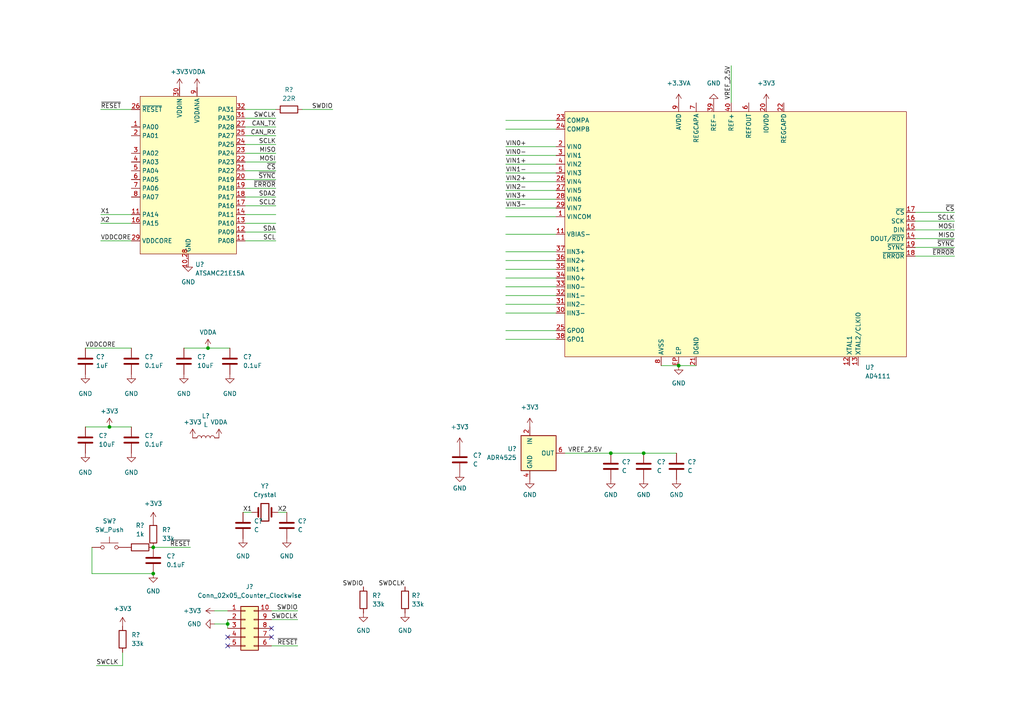
<source format=kicad_sch>
(kicad_sch (version 20211123) (generator eeschema)
  (paper "A4")
  (lib_symbols
    (symbol "Connector_Generic:Conn_02x05_Counter_Clockwise" (pin_names (offset 1.016) hide)
      (property "Reference" "J" (at 1.27 7.62 0))
      (property "Value" "Conn_02x05_Counter_Clockwise" (at 1.27 -7.62 0))
      (symbol "Conn_02x05_Counter_Clockwise_1_1"
        (rectangle (start -1.27 -4.953) (end 0 -5.207) (stroke (width 0.1524)))
        (rectangle (start -1.27 -2.413) (end 0 -2.667) (stroke (width 0.1524)))
        (rectangle (start -1.27 0.127) (end 0 -0.127) (stroke (width 0.1524)))
        (rectangle (start -1.27 2.667) (end 0 2.413) (stroke (width 0.1524)))
        (rectangle (start -1.27 5.207) (end 0 4.953) (stroke (width 0.1524)))
        (rectangle (start -1.27 6.35) (end 3.81 -6.35) (stroke (width 0.254)) (fill (type background)))
        (rectangle (start 3.81 -4.953) (end 2.54 -5.207) (stroke (width 0.1524)))
        (rectangle (start 3.81 -2.413) (end 2.54 -2.667) (stroke (width 0.1524)))
        (rectangle (start 3.81 0.127) (end 2.54 -0.127) (stroke (width 0.1524)))
        (rectangle (start 3.81 2.667) (end 2.54 2.413) (stroke (width 0.1524)))
        (rectangle (start 3.81 5.207) (end 2.54 4.953) (stroke (width 0.1524)))
        (pin passive line (at -5.08 5.08 0) (length 3.81) (name "Pin_1") (number "1"))
        (pin passive line (at 7.62 5.08 180) (length 3.81) (name "Pin_10") (number "10"))
        (pin passive line (at -5.08 2.54 0) (length 3.81) (name "Pin_2") (number "2"))
        (pin passive line (at -5.08 0 0) (length 3.81) (name "Pin_3") (number "3"))
        (pin passive line (at -5.08 -2.54 0) (length 3.81) (name "Pin_4") (number "4"))
        (pin passive line (at -5.08 -5.08 0) (length 3.81) (name "Pin_5") (number "5"))
        (pin passive line (at 7.62 -5.08 180) (length 3.81) (name "Pin_6") (number "6"))
        (pin passive line (at 7.62 -2.54 180) (length 3.81) (name "Pin_7") (number "7"))
        (pin passive line (at 7.62 0 180) (length 3.81) (name "Pin_8") (number "8"))
        (pin passive line (at 7.62 2.54 180) (length 3.81) (name "Pin_9") (number "9"))
      )
    )
    (symbol "Device:C" (pin_numbers hide) (pin_names (offset 0.254))
      (property "Reference" "C" (at 0.635 2.54 0))
      (property "Value" "C" (at 0.635 -2.54 0))
      (symbol "C_0_1"
        (polyline (pts (xy -2.032 -0.762) (xy 2.032 -0.762)) (stroke (width 0.508)))
        (polyline (pts (xy -2.032 0.762) (xy 2.032 0.762)) (stroke (width 0.508)))
      )
      (symbol "C_1_1"
        (pin passive line (at 0 3.81 270) (length 2.794) (name "~") (number "1"))
        (pin passive line (at 0 -3.81 90) (length 2.794) (name "~") (number "2"))
      )
    )
    (symbol "Device:Crystal" (pin_numbers hide) (pin_names (offset 1.016) hide)
      (property "Reference" "Y" (at 0 3.81 0))
      (property "Value" "Crystal" (at 0 -3.81 0))
      (symbol "Crystal_0_1"
        (rectangle (start -1.143 2.54) (end 1.143 -2.54) (stroke (width 0.3048)))
        (polyline (pts (xy -2.54 0) (xy -1.905 0)))
        (polyline (pts (xy -1.905 -1.27) (xy -1.905 1.27)) (stroke (width 0.508)))
        (polyline (pts (xy 1.905 -1.27) (xy 1.905 1.27)) (stroke (width 0.508)))
        (polyline (pts (xy 2.54 0) (xy 1.905 0)))
      )
      (symbol "Crystal_1_1"
        (pin passive line (at -3.81 0 0) (length 1.27) (name "1") (number "1"))
        (pin passive line (at 3.81 0 180) (length 1.27) (name "2") (number "2"))
      )
    )
    (symbol "Device:L" (pin_numbers hide) (pin_names (offset 1.016) hide)
      (property "Reference" "L" (at -1.27 0 90))
      (property "Value" "L" (at 1.905 0 90))
      (symbol "L_0_1"
        (arc (start 0 -2.54) (mid 0.635 -1.905) (end 0 -1.27))
        (arc (start 0 -1.27) (mid 0.635 -0.635) (end 0 0))
        (arc (start 0 0) (mid 0.635 0.635) (end 0 1.27))
        (arc (start 0 1.27) (mid 0.635 1.905) (end 0 2.54))
      )
      (symbol "L_1_1"
        (pin passive line (at 0 3.81 270) (length 1.27) (name "1") (number "1"))
        (pin passive line (at 0 -3.81 90) (length 1.27) (name "2") (number "2"))
      )
    )
    (symbol "Device:R" (pin_numbers hide) (pin_names (offset 0))
      (property "Reference" "R" (at 2.032 0 90))
      (property "Value" "R" (at 0 0 90))
      (symbol "R_0_1"
        (rectangle (start -1.016 -2.54) (end 1.016 2.54) (stroke (width 0.254)))
      )
      (symbol "R_1_1"
        (pin passive line (at 0 3.81 270) (length 1.27) (name "~") (number "1"))
        (pin passive line (at 0 -3.81 90) (length 1.27) (name "~") (number "2"))
      )
    )
    (symbol "Reference_Voltage:ADR4525"
      (property "Reference" "U" (at 0 6.35 0))
      (property "Value" "ADR4525" (at 2.54 -6.35 0))
      (symbol "ADR4525_0_0"
        (pin no_connect line (at -5.08 0 0) (length 2.54) hide (name "NC") (number "3"))
        (pin no_connect line (at 5.08 2.54 180) (length 2.54) hide (name "NC") (number "7"))
        (pin no_connect line (at 5.08 -2.54 180) (length 2.54) hide (name "NC") (number "8"))
      )
      (symbol "ADR4525_0_1"
        (rectangle (start -5.08 5.08) (end 5.08 -5.08) (stroke (width 0.254)) (fill (type background)))
      )
      (symbol "ADR4525_1_1"
        (pin no_connect line (at -5.08 2.54 0) (length 2.54) hide (name "NC") (number "1"))
        (pin power_in line (at -2.54 7.62 270) (length 2.54) (name "IN") (number "2"))
        (pin power_in line (at -2.54 -7.62 90) (length 2.54) (name "GND") (number "4"))
        (pin no_connect line (at -5.08 -2.54 0) (length 2.54) hide (name "NC") (number "5"))
        (pin power_out line (at 7.62 0 180) (length 2.54) (name "OUT") (number "6"))
      )
    )
    (symbol "Switch:SW_Push" (pin_numbers hide) (pin_names (offset 1.016) hide)
      (property "Reference" "SW" (at 1.27 2.54 0))
      (property "Value" "SW_Push" (at 0 -1.524 0))
      (symbol "SW_Push_0_1"
        (circle (center -2.032 0) (radius 0.508))
        (polyline (pts (xy 0 1.27) (xy 0 3.048)))
        (polyline (pts (xy 2.54 1.27) (xy -2.54 1.27)))
        (circle (center 2.032 0) (radius 0.508))
        (pin passive line (at -5.08 0 0) (length 2.54) (name "1") (number "1"))
        (pin passive line (at 5.08 0 180) (length 2.54) (name "2") (number "2"))
      )
    )
    (symbol "custom_components:AD4111"
      (property "Reference" "U" (at 0 0 0))
      (property "Value" "AD4111" (at 0 0 0))
      (symbol "AD4111_0_0"
        (pin no_connect line (at -5.08 -38.1 90) (length 2.54) hide (name "DNC") (number "10"))
        (pin power_in line (at -10.16 -38.1 90) (length 2.54) (name "DGND") (number "21"))
        (pin power_in line (at -15.24 -38.1 90) (length 2.54) (name "EP") (number "EP"))
      )
      (symbol "AD4111_0_1"
        (rectangle (start -48.26 35.56) (end 50.8 -35.56) (fill (type background)))
      )
      (symbol "AD4111_1_1"
        (pin input line (at -50.8 5.08 0) (length 2.54) (name "VINCOM") (number "1"))
        (pin input line (at -50.8 0 0) (length 2.54) (name "VBIAS-") (number "11"))
        (pin input line (at 34.29 -38.1 90) (length 2.54) (name "XTAL1") (number "12"))
        (pin input line (at 36.83 -38.1 90) (length 2.54) (name "XTAL2/CLKIO") (number "13"))
        (pin input line (at 53.34 -1.27 180) (length 2.54) (name "DOUT/~{RDY}") (number "14"))
        (pin input line (at 53.34 1.27 180) (length 2.54) (name "DIN") (number "15"))
        (pin input line (at 53.34 3.81 180) (length 2.54) (name "SCK") (number "16"))
        (pin input line (at 53.34 6.35 180) (length 2.54) (name "~{CS}") (number "17"))
        (pin bidirectional line (at 53.34 -6.35 180) (length 2.54) (name "~{ERROR}") (number "18"))
        (pin input line (at 53.34 -3.81 180) (length 2.54) (name "~{SYNC}") (number "19"))
        (pin input line (at -50.8 25.4 0) (length 2.54) (name "VIN0") (number "2"))
        (pin power_in line (at 10.16 38.1 270) (length 2.54) (name "IOVDD") (number "20"))
        (pin input line (at 15.24 38.1 270) (length 2.54) (name "REGCAPD") (number "22"))
        (pin output line (at -50.8 33.02 0) (length 2.54) (name "COMPA") (number "23"))
        (pin output line (at -50.8 30.48 0) (length 2.54) (name "COMPB") (number "24"))
        (pin output line (at -50.8 -27.94 0) (length 2.54) (name "GPO0") (number "25"))
        (pin input line (at -50.8 15.24 0) (length 2.54) (name "VIN4") (number "26"))
        (pin input line (at -50.8 12.7 0) (length 2.54) (name "VIN5") (number "27"))
        (pin input line (at -50.8 10.16 0) (length 2.54) (name "VIN6") (number "28"))
        (pin input line (at -50.8 7.62 0) (length 2.54) (name "VIN7") (number "29"))
        (pin input line (at -50.8 22.86 0) (length 2.54) (name "VIN1") (number "3"))
        (pin input line (at -50.8 -22.86 0) (length 2.54) (name "IIN3-") (number "30"))
        (pin input line (at -50.8 -20.32 0) (length 2.54) (name "IIN2-") (number "31"))
        (pin input line (at -50.8 -17.78 0) (length 2.54) (name "IIN1-") (number "32"))
        (pin input line (at -50.8 -15.24 0) (length 2.54) (name "IIN0-") (number "33"))
        (pin input line (at -50.8 -12.7 0) (length 2.54) (name "IIN0+") (number "34"))
        (pin input line (at -50.8 -10.16 0) (length 2.54) (name "IIN1+") (number "35"))
        (pin input line (at -50.8 -7.62 0) (length 2.54) (name "IIN2+") (number "36"))
        (pin input line (at -50.8 -5.08 0) (length 2.54) (name "IIN3+") (number "37"))
        (pin output line (at -50.8 -30.48 0) (length 2.54) (name "GPO1") (number "38"))
        (pin input line (at -5.08 38.1 270) (length 2.54) (name "REF-") (number "39"))
        (pin input line (at -50.8 20.32 0) (length 2.54) (name "VIN2") (number "4"))
        (pin input line (at 0 38.1 270) (length 2.54) (name "REF+") (number "40"))
        (pin input line (at -50.8 17.78 0) (length 2.54) (name "VIN3") (number "5"))
        (pin output line (at 5.08 38.1 270) (length 2.54) (name "REFOUT") (number "6"))
        (pin input line (at -10.16 38.1 270) (length 2.54) (name "REGCAPA") (number "7"))
        (pin power_in line (at -20.32 -38.1 90) (length 2.54) (name "AVSS") (number "8"))
        (pin power_in line (at -15.24 38.1 270) (length 2.54) (name "AVDD") (number "9"))
      )
    )
    (symbol "custom_components:ATSAMC21E15A"
      (property "Reference" "U" (at 0 0 0))
      (property "Value" "ATSAMC21E15A" (at 0 0 0))
      (symbol "ATSAMC21E15A_0_1"
        (rectangle (start -13.97 22.86) (end 13.97 -22.86) (fill (type background)))
      )
      (symbol "ATSAMC21E15A_1_1"
        (pin bidirectional line (at -16.51 13.97 0) (length 2.54) (name "PA00") (number "1"))
        (pin power_in line (at 0 -25.4 90) (length 2.54) (name "GND") (number "10,28"))
        (pin bidirectional line (at 16.51 -19.05 180) (length 2.54) (name "PA08") (number "11"))
        (pin bidirectional line (at -16.51 -11.43 0) (length 2.54) (name "PA14") (number "11"))
        (pin bidirectional line (at 16.51 -16.51 180) (length 2.54) (name "PA09") (number "12"))
        (pin bidirectional line (at 16.51 -13.97 180) (length 2.54) (name "PA10") (number "13"))
        (pin bidirectional line (at 16.51 -11.43 180) (length 2.54) (name "PA11") (number "14"))
        (pin bidirectional line (at -16.51 -13.97 0) (length 2.54) (name "PA15") (number "16"))
        (pin bidirectional line (at 16.51 -8.89 180) (length 2.54) (name "PA16") (number "17"))
        (pin bidirectional line (at 16.51 -6.35 180) (length 2.54) (name "PA17") (number "18"))
        (pin bidirectional line (at 16.51 -3.81 180) (length 2.54) (name "PA18") (number "19"))
        (pin bidirectional line (at -16.51 11.43 0) (length 2.54) (name "PA01") (number "2"))
        (pin bidirectional line (at 16.51 -1.27 180) (length 2.54) (name "PA19") (number "20"))
        (pin bidirectional line (at 16.51 1.27 180) (length 2.54) (name "PA22") (number "21"))
        (pin bidirectional line (at 16.51 3.81 180) (length 2.54) (name "PA23") (number "22"))
        (pin bidirectional line (at 16.51 6.35 180) (length 2.54) (name "PA24") (number "23"))
        (pin bidirectional line (at 16.51 8.89 180) (length 2.54) (name "PA25") (number "24"))
        (pin bidirectional line (at 16.51 11.43 180) (length 2.54) (name "PA27") (number "25"))
        (pin input line (at -16.51 19.05 0) (length 2.54) (name "~{RESET}") (number "26"))
        (pin bidirectional line (at 16.51 13.97 180) (length 2.54) (name "PA28") (number "27"))
        (pin power_out line (at -16.51 -19.05 0) (length 2.54) (name "VDDCORE") (number "29"))
        (pin bidirectional line (at -16.51 6.35 0) (length 2.54) (name "PA02") (number "3"))
        (pin power_in line (at -2.54 25.4 270) (length 2.54) (name "VDDIN") (number "30"))
        (pin bidirectional line (at 16.51 16.51 180) (length 2.54) (name "PA30") (number "31"))
        (pin bidirectional line (at 16.51 19.05 180) (length 2.54) (name "PA31") (number "32"))
        (pin bidirectional line (at -16.51 3.81 0) (length 2.54) (name "PA03") (number "4"))
        (pin bidirectional line (at -16.51 1.27 0) (length 2.54) (name "PA04") (number "5"))
        (pin bidirectional line (at -16.51 -1.27 0) (length 2.54) (name "PA05") (number "6"))
        (pin bidirectional line (at -16.51 -3.81 0) (length 2.54) (name "PA06") (number "7"))
        (pin bidirectional line (at -16.51 -6.35 0) (length 2.54) (name "PA07") (number "8"))
        (pin power_in line (at 2.54 25.4 270) (length 2.54) (name "VDDANA") (number "9"))
      )
    )
    (symbol "power:+3.3V" (power) (pin_names (offset 0))
      (property "Value" "+3.3V" (at 0 3.556 0))
      (symbol "+3.3V_0_1"
        (polyline (pts (xy -0.762 1.27) (xy 0 2.54)))
        (polyline (pts (xy 0 0) (xy 0 2.54)))
        (polyline (pts (xy 0 2.54) (xy 0.762 1.27)))
      )
      (symbol "+3.3V_1_1"
        (pin power_in line (at 0 0 90) (length 0) hide (name "+3V3") (number "1"))
      )
    )
    (symbol "power:+3.3VA" (power) (pin_names (offset 0))
      (property "Value" "+3.3VA" (at 0 3.556 0))
      (symbol "+3.3VA_0_1"
        (polyline (pts (xy -0.762 1.27) (xy 0 2.54)))
        (polyline (pts (xy 0 0) (xy 0 2.54)))
        (polyline (pts (xy 0 2.54) (xy 0.762 1.27)))
      )
      (symbol "+3.3VA_1_1"
        (pin power_in line (at 0 0 90) (length 0) hide (name "+3.3VA") (number "1"))
      )
    )
    (symbol "power:GND" (power) (pin_names (offset 0))
      (property "Value" "GND" (at 0 -3.81 0))
      (symbol "GND_0_1"
        (polyline (pts (xy 0 0) (xy 0 -1.27) (xy 1.27 -1.27) (xy 0 -2.54) (xy -1.27 -1.27) (xy 0 -1.27)))
      )
      (symbol "GND_1_1"
        (pin power_in line (at 0 0 270) (length 0) hide (name "GND") (number "1"))
      )
    )
    (symbol "power:VDDA" (power) (pin_names (offset 0))
      (property "Value" "VDDA" (at 0 3.81 0))
      (symbol "VDDA_0_1"
        (polyline (pts (xy -0.762 1.27) (xy 0 2.54)))
        (polyline (pts (xy 0 0) (xy 0 2.54)))
        (polyline (pts (xy 0 2.54) (xy 0.762 1.27)))
      )
      (symbol "VDDA_1_1"
        (pin power_in line (at 0 0 90) (length 0) hide (name "VDDA") (number "1"))
      )
    )
  )
  (junction (at 186.69 131.445))
  (junction (at 177.165 131.445))
  (junction (at 196.85 106.045))
  (junction (at 66.04 180.975))
  (junction (at 60.325 100.965))
  (junction (at 44.45 158.75))
  (junction (at 44.45 166.37))
  (junction (at 31.75 123.825))
  (no_connect (at 78.74 182.245))
  (no_connect (at 66.04 187.325))
  (no_connect (at 78.74 184.785))
  (no_connect (at 66.04 184.785))
  (wire (pts (xy 146.685 47.625) (xy 161.29 47.625)))
  (wire (pts (xy 146.685 95.885) (xy 161.29 95.885)))
  (wire (pts (xy 29.21 64.77) (xy 38.1 64.77)))
  (wire (pts (xy 146.685 50.165) (xy 161.29 50.165)))
  (wire (pts (xy 71.12 44.45) (xy 80.01 44.45)))
  (wire (pts (xy 146.685 57.785) (xy 161.29 57.785)))
  (wire (pts (xy 78.74 177.165) (xy 86.36 177.165)))
  (wire (pts (xy 44.45 158.75) (xy 55.245 158.75)))
  (wire (pts (xy 26.67 166.37) (xy 44.45 166.37)))
  (wire (pts (xy 186.69 131.445) (xy 196.215 131.445)))
  (wire (pts (xy 29.21 31.75) (xy 38.1 31.75)))
  (wire (pts (xy 265.43 69.215) (xy 276.86 69.215)))
  (wire (pts (xy 71.12 46.99) (xy 80.01 46.99)))
  (wire (pts (xy 80.645 148.59) (xy 83.185 148.59)))
  (wire (pts (xy 265.43 64.135) (xy 276.86 64.135)))
  (wire (pts (xy 78.74 187.325) (xy 86.36 187.325)))
  (wire (pts (xy 191.77 106.045) (xy 196.85 106.045)))
  (wire (pts (xy 60.325 100.965) (xy 66.675 100.965)))
  (wire (pts (xy 71.12 59.69) (xy 80.01 59.69)))
  (wire (pts (xy 163.83 131.445) (xy 177.165 131.445)))
  (wire (pts (xy 71.12 62.23) (xy 80.01 62.23)))
  (wire (pts (xy 146.685 88.265) (xy 161.29 88.265)))
  (wire (pts (xy 62.23 180.975) (xy 66.04 180.975)))
  (wire (pts (xy 71.12 39.37) (xy 80.01 39.37)))
  (wire (pts (xy 146.685 34.925) (xy 161.29 34.925)))
  (wire (pts (xy 265.43 74.295) (xy 276.86 74.295)))
  (wire (pts (xy 71.12 57.15) (xy 80.01 57.15)))
  (wire (pts (xy 146.685 98.425) (xy 161.29 98.425)))
  (wire (pts (xy 53.34 100.965) (xy 60.325 100.965)))
  (wire (pts (xy 78.74 179.705) (xy 86.36 179.705)))
  (wire (pts (xy 146.685 83.185) (xy 161.29 83.185)))
  (wire (pts (xy 146.685 73.025) (xy 161.29 73.025)))
  (wire (pts (xy 71.12 54.61) (xy 80.01 54.61)))
  (wire (pts (xy 31.75 123.825) (xy 38.1 123.825)))
  (wire (pts (xy 265.43 61.595) (xy 276.86 61.595)))
  (wire (pts (xy 24.765 100.965) (xy 38.1 100.965)))
  (wire (pts (xy 66.04 180.975) (xy 66.04 179.705)))
  (wire (pts (xy 146.685 75.565) (xy 161.29 75.565)))
  (wire (pts (xy 146.685 85.725) (xy 161.29 85.725)))
  (wire (pts (xy 71.12 49.53) (xy 80.01 49.53)))
  (wire (pts (xy 177.165 131.445) (xy 186.69 131.445)))
  (wire (pts (xy 146.685 67.945) (xy 161.29 67.945)))
  (wire (pts (xy 212.09 19.05) (xy 212.09 29.845)))
  (wire (pts (xy 71.12 64.77) (xy 80.01 64.77)))
  (wire (pts (xy 146.685 55.245) (xy 161.29 55.245)))
  (wire (pts (xy 71.12 69.85) (xy 80.01 69.85)))
  (wire (pts (xy 29.21 62.23) (xy 38.1 62.23)))
  (wire (pts (xy 71.12 36.83) (xy 80.01 36.83)))
  (wire (pts (xy 87.63 31.75) (xy 96.52 31.75)))
  (wire (pts (xy 146.685 62.865) (xy 161.29 62.865)))
  (wire (pts (xy 24.765 123.825) (xy 31.75 123.825)))
  (wire (pts (xy 146.685 78.105) (xy 161.29 78.105)))
  (wire (pts (xy 27.94 193.04) (xy 35.56 193.04)))
  (wire (pts (xy 265.43 66.675) (xy 276.86 66.675)))
  (wire (pts (xy 70.485 148.59) (xy 73.025 148.59)))
  (wire (pts (xy 71.12 67.31) (xy 80.01 67.31)))
  (wire (pts (xy 29.21 69.85) (xy 38.1 69.85)))
  (wire (pts (xy 71.12 52.07) (xy 80.01 52.07)))
  (wire (pts (xy 26.67 158.75) (xy 26.67 166.37)))
  (wire (pts (xy 146.685 60.325) (xy 161.29 60.325)))
  (wire (pts (xy 71.12 41.91) (xy 80.01 41.91)))
  (wire (pts (xy 146.685 37.465) (xy 161.29 37.465)))
  (wire (pts (xy 71.12 31.75) (xy 80.01 31.75)))
  (wire (pts (xy 62.23 177.165) (xy 66.04 177.165)))
  (wire (pts (xy 35.56 189.23) (xy 35.56 193.04)))
  (wire (pts (xy 146.685 52.705) (xy 161.29 52.705)))
  (wire (pts (xy 146.685 45.085) (xy 161.29 45.085)))
  (wire (pts (xy 265.43 71.755) (xy 276.86 71.755)))
  (wire (pts (xy 146.685 80.645) (xy 161.29 80.645)))
  (wire (pts (xy 146.685 42.545) (xy 161.29 42.545)))
  (wire (pts (xy 196.85 106.045) (xy 201.93 106.045)))
  (wire (pts (xy 66.04 180.975) (xy 66.04 182.245)))
  (wire (pts (xy 71.12 34.29) (xy 80.01 34.29)))
  (wire (pts (xy 146.685 90.805) (xy 161.29 90.805)))
  (label "X2" (at 29.21 64.77 0))
  (label "SWDCLK" (at 86.36 179.705 180))
  (label "VDDCORE" (at 29.21 69.85 0))
  (label "VIN0-" (at 146.685 45.085 0))
  (label "~{SYNC}" (at 80.01 52.07 180))
  (label "VIN1-" (at 146.685 50.165 0))
  (label "VIN2-" (at 146.685 55.245 0))
  (label "VIN3-" (at 146.685 60.325 0))
  (label "VIN2+" (at 146.685 52.705 0))
  (label "X1" (at 29.21 62.23 0))
  (label "VIN0+" (at 146.685 42.545 0))
  (label "VDDCORE" (at 24.765 100.965 0))
  (label "CAN_RX" (at 80.01 39.37 180))
  (label "~{SYNC}" (at 276.86 71.755 180))
  (label "SWDIO" (at 105.41 170.18 180))
  (label "MISO" (at 80.01 44.45 180))
  (label "VIN1+" (at 146.685 47.625 0))
  (label "VIN3+" (at 146.685 57.785 0))
  (label "SDA2" (at 80.01 57.15 180))
  (label "SCL2" (at 80.01 59.69 180))
  (label "MISO" (at 276.86 69.215 180))
  (label "SWDCLK" (at 117.475 170.18 180))
  (label "~{RESET}" (at 55.245 158.75 180))
  (label "~{ERROR}" (at 276.86 74.295 180))
  (label "~{CS}" (at 80.01 49.53 180))
  (label "SWCLK" (at 80.01 34.29 180))
  (label "SWDIO" (at 86.36 177.165 180))
  (label "~{RESET}" (at 86.36 187.325 180))
  (label "MOSI" (at 276.86 66.675 180))
  (label "VREF_2.5V" (at 212.09 19.05 270))
  (label "~{ERROR}" (at 80.01 54.61 180))
  (label "SCL" (at 80.01 69.85 180))
  (label "~{RESET}" (at 29.21 31.75 0))
  (label "~{CS}" (at 276.86 61.595 180))
  (label "X2" (at 83.185 148.59 180))
  (label "SCLK" (at 276.86 64.135 180))
  (label "SWDIO" (at 96.52 31.75 180))
  (label "MOSI" (at 80.01 46.99 180))
  (label "CAN_TX" (at 80.01 36.83 180))
  (label "SWCLK" (at 27.94 193.04 0))
  (label "VREF_2.5V" (at 174.625 131.445 180))
  (label "SCLK" (at 80.01 41.91 180))
  (label "SDA" (at 80.01 67.31 180))
  (label "X1" (at 70.485 148.59 0))
  (symbol (lib_id "custom_components:ATSAMC21E15A") (at 54.61 50.8 0) (unit 1)
    (property "Reference" "U?" (at 56.6294 76.708 0) (effects (justify left)))
    (property "Value" "ATSAMC21E15A" (at 56.6294 79.248 0) (effects (justify left)))
  )
  (symbol (lib_id "power:GND") (at 105.41 177.8 0) (unit 1)
    (property "Reference" "#PWR?" (effects hide))
    (property "Value" "GND" (at 105.41 182.88 0))
  )
  (symbol (lib_id "power:GND") (at 38.1 108.585 0) (unit 1)
    (property "Reference" "#PWR?" (effects hide))
    (property "Value" "GND" (at 38.1 114.173 0))
  )
  (symbol (lib_id "Device:C") (at 24.765 104.775 0) (unit 1)
    (property "Reference" "C?" (at 27.813 103.5049 0) (effects (justify left)))
    (property "Value" "1uF" (at 27.813 106.0449 0) (effects (justify left)))
  )
  (symbol (lib_id "power:GND") (at 153.67 139.065 0) (unit 1)
    (property "Reference" "#PWR?" (effects hide))
    (property "Value" "GND" (at 153.67 143.51 0))
  )
  (symbol (lib_id "power:+3.3VA") (at 196.85 29.845 0) (unit 1)
    (property "Reference" "#PWR?" (effects hide))
    (property "Value" "+3.3VA" (at 196.85 24.13 0))
  )
  (symbol (lib_id "power:GND") (at 62.23 180.975 270) (unit 1)
    (property "Reference" "#PWR?" (effects hide))
    (property "Value" "GND" (at 58.42 180.9749 90) (effects (justify right)))
  )
  (symbol (lib_id "Device:C") (at 44.45 162.56 0) (unit 1)
    (property "Reference" "C?" (at 48.26 161.2899 0) (effects (justify left)))
    (property "Value" "0.1uF" (at 48.26 163.8299 0) (effects (justify left)))
  )
  (symbol (lib_id "Device:C") (at 186.69 135.255 0) (unit 1)
    (property "Reference" "C?" (at 190.5 133.9849 0) (effects (justify left)))
    (property "Value" "C" (at 190.5 136.5249 0) (effects (justify left)))
  )
  (symbol (lib_id "Device:R") (at 40.64 158.75 90) (unit 1)
    (property "Reference" "R?" (at 40.64 152.4 90))
    (property "Value" "1k" (at 40.64 154.94 90))
  )
  (symbol (lib_id "power:GND") (at 24.765 108.585 0) (unit 1)
    (property "Reference" "#PWR?" (effects hide))
    (property "Value" "GND" (at 24.765 114.173 0))
  )
  (symbol (lib_id "power:GND") (at 54.61 76.2 0) (unit 1)
    (property "Reference" "#PWR?" (effects hide))
    (property "Value" "GND" (at 54.61 81.788 0))
  )
  (symbol (lib_id "Device:C") (at 196.215 135.255 0) (unit 1)
    (property "Reference" "C?" (at 199.39 133.9849 0) (effects (justify left)))
    (property "Value" "C" (at 199.39 136.5249 0) (effects (justify left)))
  )
  (symbol (lib_id "power:GND") (at 44.45 166.37 0) (unit 1)
    (property "Reference" "#PWR?" (effects hide))
    (property "Value" "GND" (at 44.45 171.45 0))
  )
  (symbol (lib_id "Device:C") (at 38.1 127.635 0) (unit 1)
    (property "Reference" "C?" (at 41.91 126.3649 0) (effects (justify left)))
    (property "Value" "0.1uF" (at 41.91 128.9049 0) (effects (justify left)))
  )
  (symbol (lib_id "power:+3.3V") (at 55.88 127 0) (unit 1)
    (property "Reference" "#PWR?" (effects hide))
    (property "Value" "+3.3V" (at 55.88 122.428 0))
  )
  (symbol (lib_id "Device:C") (at 70.485 152.4 0) (unit 1)
    (property "Reference" "C?" (at 73.66 151.1299 0) (effects (justify left)))
    (property "Value" "C" (at 73.66 153.6699 0) (effects (justify left)))
  )
  (symbol (lib_id "power:+3.3V") (at 153.67 123.825 0) (unit 1)
    (property "Reference" "#PWR?" (effects hide))
    (property "Value" "+3.3V" (at 153.67 118.11 0))
  )
  (symbol (lib_id "Reference_Voltage:ADR4525") (at 156.21 131.445 0) (unit 1)
    (property "Reference" "U?" (at 149.86 130.1749 0) (effects (justify right)))
    (property "Value" "ADR4525" (at 149.86 132.7149 0) (effects (justify right)))
    (property "Footprint" "Package_SO:SOIC-8_3.9x4.9mm_P1.27mm" (effects hide))
    (property "Datasheet" "https://www.analog.com/media/en/technical-documentation/data-sheets/ADR4520_4525_4530_4533_4540_4550.pdf" (effects hide))
  )
  (symbol (lib_id "power:VDDA") (at 57.15 25.4 0) (unit 1)
    (property "Reference" "#PWR?" (effects hide))
    (property "Value" "VDDA" (at 57.15 20.828 0))
  )
  (symbol (lib_id "Device:C") (at 83.185 152.4 0) (unit 1)
    (property "Reference" "C?" (at 86.36 151.1299 0) (effects (justify left)))
    (property "Value" "C" (at 86.36 153.6699 0) (effects (justify left)))
  )
  (symbol (lib_id "power:GND") (at 24.765 131.445 0) (unit 1)
    (property "Reference" "#PWR?" (effects hide))
    (property "Value" "GND" (at 24.765 137.033 0))
  )
  (symbol (lib_id "custom_components:AD4111") (at 212.09 67.945 0) (unit 1)
    (property "Reference" "U?" (at 250.9394 106.553 0) (effects (justify left)))
    (property "Value" "AD4111" (at 250.9394 109.093 0) (effects (justify left)))
  )
  (symbol (lib_id "power:+3.3V") (at 52.07 25.4 0) (unit 1)
    (property "Reference" "#PWR?" (effects hide))
    (property "Value" "+3.3V" (at 52.07 20.828 0))
  )
  (symbol (lib_id "Connector_Generic:Conn_02x05_Counter_Clockwise") (at 71.12 182.245 0) (unit 1)
    (property "Reference" "J?" (at 72.39 170.18 0))
    (property "Value" "Conn_02x05_Counter_Clockwise" (at 72.39 172.72 0))
  )
  (symbol (lib_id "power:GND") (at 177.165 139.065 0) (unit 1)
    (property "Reference" "#PWR?" (effects hide))
    (property "Value" "GND" (at 177.165 143.51 0))
  )
  (symbol (lib_id "power:GND") (at 53.34 108.585 0) (unit 1)
    (property "Reference" "#PWR?" (effects hide))
    (property "Value" "GND" (at 53.34 114.173 0))
  )
  (symbol (lib_id "power:GND") (at 117.475 177.8 0) (unit 1)
    (property "Reference" "#PWR?" (effects hide))
    (property "Value" "GND" (at 117.475 182.88 0))
  )
  (symbol (lib_id "power:+3.3V") (at 133.35 129.54 0) (unit 1)
    (property "Reference" "#PWR?" (effects hide))
    (property "Value" "+3.3V" (at 133.35 123.825 0))
  )
  (symbol (lib_id "power:GND") (at 196.85 106.045 0) (unit 1)
    (property "Reference" "#PWR?" (effects hide))
    (property "Value" "GND" (at 196.85 111.125 0))
  )
  (symbol (lib_id "Device:R") (at 44.45 154.94 0) (unit 1)
    (property "Reference" "R?" (at 46.99 153.6699 0) (effects (justify left)))
    (property "Value" "33k" (at 46.99 156.2099 0) (effects (justify left)))
  )
  (symbol (lib_id "Device:Crystal") (at 76.835 148.59 180) (unit 1)
    (property "Reference" "Y?" (at 76.835 140.97 0))
    (property "Value" "Crystal" (at 76.835 143.51 0))
  )
  (symbol (lib_id "power:+3.3V") (at 35.56 181.61 0) (unit 1)
    (property "Reference" "#PWR?" (effects hide))
    (property "Value" "+3.3V" (at 35.56 176.53 0))
  )
  (symbol (lib_id "Device:C") (at 177.165 135.255 0) (unit 1)
    (property "Reference" "C?" (at 180.34 133.9849 0) (effects (justify left)))
    (property "Value" "C" (at 180.34 136.5249 0) (effects (justify left)))
  )
  (symbol (lib_id "Device:R") (at 83.82 31.75 90) (unit 1)
    (property "Reference" "R?" (at 83.82 26.035 90))
    (property "Value" "22R" (at 83.82 28.575 90))
  )
  (symbol (lib_id "power:GND") (at 66.675 108.585 0) (unit 1)
    (property "Reference" "#PWR?" (effects hide))
    (property "Value" "GND" (at 66.675 114.173 0))
  )
  (symbol (lib_id "power:GND") (at 207.01 29.845 180) (unit 1)
    (property "Reference" "#PWR?" (effects hide))
    (property "Value" "GND" (at 207.01 24.13 0))
  )
  (symbol (lib_id "power:VDDA") (at 63.5 127 0) (unit 1)
    (property "Reference" "#PWR?" (effects hide))
    (property "Value" "VDDA" (at 63.5 122.428 0))
  )
  (symbol (lib_id "power:+3.3V") (at 62.23 177.165 90) (unit 1)
    (property "Reference" "#PWR?" (effects hide))
    (property "Value" "+3.3V" (at 58.42 177.1649 90) (effects (justify left)))
  )
  (symbol (lib_id "Switch:SW_Push") (at 31.75 158.75 0) (unit 1)
    (property "Reference" "SW?" (at 31.75 151.13 0))
    (property "Value" "SW_Push" (at 31.75 153.67 0))
  )
  (symbol (lib_id "power:GND") (at 133.35 137.16 0) (unit 1)
    (property "Reference" "#PWR?" (effects hide))
    (property "Value" "GND" (at 133.35 141.605 0))
  )
  (symbol (lib_id "Device:R") (at 117.475 173.99 0) (unit 1)
    (property "Reference" "R?" (at 119.38 172.7199 0) (effects (justify left)))
    (property "Value" "33k" (at 119.38 175.2599 0) (effects (justify left)))
  )
  (symbol (lib_id "Device:R") (at 105.41 173.99 0) (unit 1)
    (property "Reference" "R?" (at 107.95 172.7199 0) (effects (justify left)))
    (property "Value" "33k" (at 107.95 175.2599 0) (effects (justify left)))
  )
  (symbol (lib_id "Device:C") (at 38.1 104.775 0) (unit 1)
    (property "Reference" "C?" (at 41.91 103.5049 0) (effects (justify left)))
    (property "Value" "0.1uF" (at 41.91 106.0449 0) (effects (justify left)))
  )
  (symbol (lib_id "power:GND") (at 186.69 139.065 0) (unit 1)
    (property "Reference" "#PWR?" (effects hide))
    (property "Value" "GND" (at 186.69 143.51 0))
  )
  (symbol (lib_id "power:GND") (at 83.185 156.21 0) (unit 1)
    (property "Reference" "#PWR?" (effects hide))
    (property "Value" "GND" (at 83.185 161.29 0))
  )
  (symbol (lib_id "Device:C") (at 66.675 104.775 0) (unit 1)
    (property "Reference" "C?" (at 70.485 103.5049 0) (effects (justify left)))
    (property "Value" "0.1uF" (at 70.485 106.0449 0) (effects (justify left)))
  )
  (symbol (lib_id "Device:C") (at 53.34 104.775 0) (unit 1)
    (property "Reference" "C?" (at 57.15 103.5049 0) (effects (justify left)))
    (property "Value" "10uF" (at 57.15 106.0449 0) (effects (justify left)))
  )
  (symbol (lib_id "power:+3.3V") (at 222.25 29.845 0) (unit 1)
    (property "Reference" "#PWR?" (effects hide))
    (property "Value" "+3.3V" (at 222.25 24.13 0))
  )
  (symbol (lib_id "Device:C") (at 133.35 133.35 0) (unit 1)
    (property "Reference" "C?" (at 137.16 132.0799 0) (effects (justify left)))
    (property "Value" "C" (at 137.16 134.6199 0) (effects (justify left)))
  )
  (symbol (lib_id "Device:C") (at 24.765 127.635 0) (unit 1)
    (property "Reference" "C?" (at 28.575 126.3649 0) (effects (justify left)))
    (property "Value" "10uF" (at 28.575 128.9049 0) (effects (justify left)))
  )
  (symbol (lib_id "Device:R") (at 35.56 185.42 0) (unit 1)
    (property "Reference" "R?" (at 38.1 184.1499 0) (effects (justify left)))
    (property "Value" "33k" (at 38.1 186.6899 0) (effects (justify left)))
  )
  (symbol (lib_id "power:GND") (at 70.485 156.21 0) (unit 1)
    (property "Reference" "#PWR?" (effects hide))
    (property "Value" "GND" (at 70.485 161.29 0))
  )
  (symbol (lib_id "power:GND") (at 38.1 131.445 0) (unit 1)
    (property "Reference" "#PWR?" (effects hide))
    (property "Value" "GND" (at 38.1 137.033 0))
  )
  (symbol (lib_id "Device:L") (at 59.69 127 90) (unit 1)
    (property "Reference" "L?" (at 59.69 120.65 90))
    (property "Value" "L" (at 59.69 123.19 90))
  )
  (symbol (lib_id "power:+3.3V") (at 31.75 123.825 0) (unit 1)
    (property "Reference" "#PWR?" (effects hide))
    (property "Value" "+3.3V" (at 31.75 119.253 0))
  )
  (symbol (lib_id "power:+3.3V") (at 44.45 151.13 0) (unit 1)
    (property "Reference" "#PWR?" (effects hide))
    (property "Value" "+3.3V" (at 44.45 146.05 0))
  )
  (symbol (lib_id "power:VDDA") (at 60.325 100.965 0) (unit 1)
    (property "Reference" "#PWR?" (effects hide))
    (property "Value" "VDDA" (at 60.325 96.393 0))
  )
  (symbol (lib_id "power:GND") (at 196.215 139.065 0) (unit 1)
    (property "Reference" "#PWR?" (effects hide))
    (property "Value" "GND" (at 196.215 143.51 0))
  )
)
</source>
